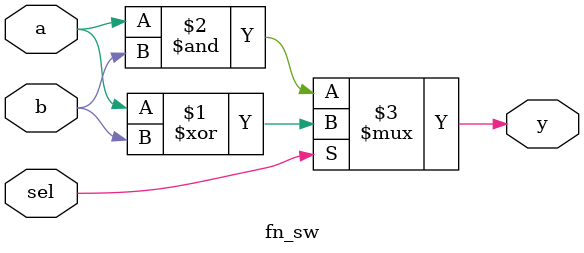
<source format=v>
`timescale 1ns/10ps 


module fn_sw(a,b,sel,y);


input  a,b,sel;
output y;

assign y=sel?(a^b):(a&b);
endmodule 

</source>
